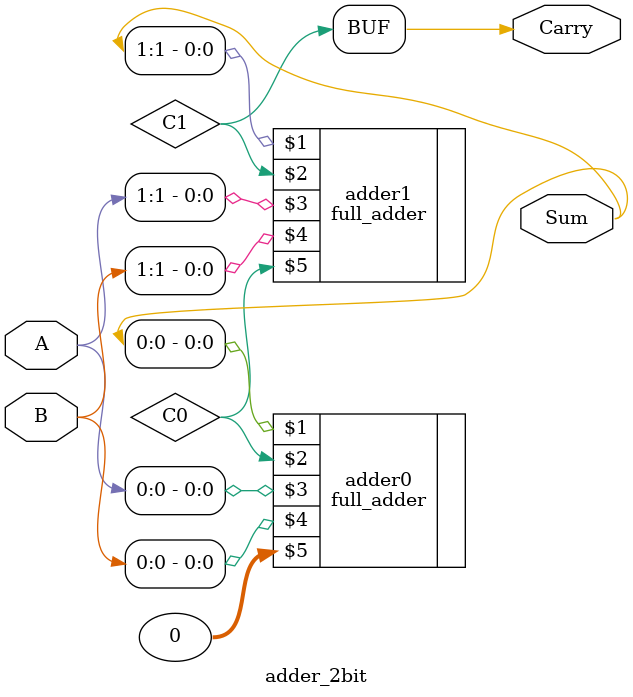
<source format=v>
`timescale 1ns / 1ps


module adder_2bit(A, B, Sum, Carry);
    input [1:0] A, B;
    output [1:0] Sum;
    output Carry;
    wire C0, C1;
    full_adder adder0(Sum[0], C0, A[0], B[0], 0);
    full_adder adder1(Sum[1], C1, A[1], B[1], C0);
    assign Carry = C1;
endmodule

</source>
